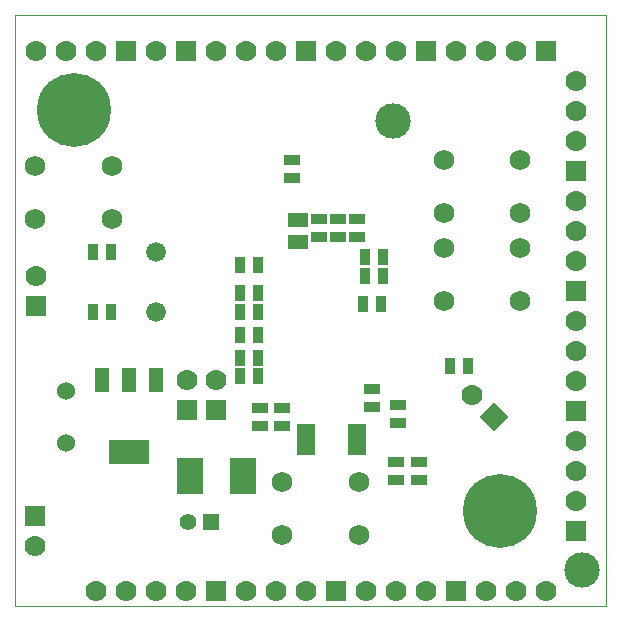
<source format=gts>
G04 (created by PCBNEW-RS274X (2012-01-19 BZR 3256)-stable) date 07/08/2012 11:34:10*
G01*
G70*
G90*
%MOIN*%
G04 Gerber Fmt 3.4, Leading zero omitted, Abs format*
%FSLAX34Y34*%
G04 APERTURE LIST*
%ADD10C,0.006000*%
%ADD11C,0.003900*%
%ADD12R,0.055000X0.055000*%
%ADD13C,0.055000*%
%ADD14C,0.060000*%
%ADD15R,0.070000X0.070000*%
%ADD16C,0.070000*%
%ADD17C,0.066000*%
%ADD18R,0.138000X0.084800*%
%ADD19R,0.047400X0.084800*%
%ADD20R,0.055000X0.035000*%
%ADD21R,0.035000X0.055000*%
%ADD22R,0.088700X0.120300*%
%ADD23C,0.069100*%
%ADD24C,0.118200*%
%ADD25C,0.246200*%
%ADD26R,0.065000X0.045000*%
%ADD27R,0.060000X0.025000*%
G04 APERTURE END LIST*
G54D10*
G54D11*
X00000Y-19685D02*
X00000Y00000D01*
X19685Y-19685D02*
X00000Y-19685D01*
X19685Y00000D02*
X19685Y-19685D01*
X00000Y00000D02*
X19685Y00000D01*
G54D12*
X06536Y-16890D03*
G54D13*
X05748Y-16890D03*
G54D14*
X01674Y-14272D03*
X01674Y-12540D03*
G54D15*
X18689Y-17189D03*
G54D16*
X18689Y-16189D03*
X18689Y-15189D03*
X18689Y-14189D03*
G54D15*
X13689Y-01189D03*
G54D16*
X12689Y-01189D03*
X11689Y-01189D03*
X10689Y-01189D03*
G54D15*
X17689Y-01189D03*
G54D16*
X16689Y-01189D03*
X15689Y-01189D03*
X14689Y-01189D03*
G54D15*
X18689Y-13189D03*
G54D16*
X18689Y-12189D03*
X18689Y-11189D03*
X18689Y-10189D03*
G54D15*
X18689Y-05189D03*
G54D16*
X18689Y-04189D03*
X18689Y-03189D03*
X18689Y-02189D03*
G54D15*
X18689Y-09189D03*
G54D16*
X18689Y-08189D03*
X18689Y-07189D03*
X18689Y-06189D03*
G54D15*
X06689Y-19189D03*
G54D16*
X07689Y-19189D03*
X08689Y-19189D03*
X09689Y-19189D03*
G54D15*
X10689Y-19189D03*
G54D16*
X11689Y-19189D03*
X12689Y-19189D03*
X13689Y-19189D03*
G54D15*
X14689Y-19189D03*
G54D16*
X15689Y-19189D03*
X16689Y-19189D03*
X17689Y-19189D03*
G54D15*
X09689Y-01189D03*
G54D16*
X08689Y-01189D03*
X07689Y-01189D03*
X06689Y-01189D03*
G54D15*
X03689Y-01189D03*
G54D16*
X02689Y-01189D03*
X01689Y-01189D03*
X00689Y-01189D03*
X02689Y-19189D03*
X03689Y-19189D03*
X04689Y-19189D03*
X05689Y-19189D03*
G54D17*
X04689Y-09889D03*
X04689Y-07889D03*
G54D18*
X03780Y-14567D03*
G54D19*
X04686Y-12165D03*
X03780Y-12165D03*
X02874Y-12165D03*
G54D20*
X11378Y-07387D03*
X11378Y-06787D03*
G54D21*
X11669Y-08071D03*
X12269Y-08071D03*
G54D20*
X10118Y-06787D03*
X10118Y-07387D03*
G54D21*
X11590Y-09646D03*
X12190Y-09646D03*
G54D20*
X09213Y-05418D03*
X09213Y-04818D03*
G54D15*
X00639Y-16689D03*
G54D16*
X00639Y-17689D03*
G54D15*
X00689Y-09689D03*
G54D16*
X00689Y-08689D03*
G54D15*
X05689Y-01189D03*
G54D16*
X04689Y-01189D03*
G54D21*
X08095Y-08346D03*
X07495Y-08346D03*
X08095Y-11417D03*
X07495Y-11417D03*
X08095Y-09252D03*
X07495Y-09252D03*
X08095Y-10669D03*
X07495Y-10669D03*
G54D10*
G36*
X16440Y-13386D02*
X15945Y-13881D01*
X15450Y-13386D01*
X15945Y-12891D01*
X16440Y-13386D01*
X16440Y-13386D01*
G37*
G54D16*
X15237Y-12678D03*
G54D20*
X13439Y-15489D03*
X13439Y-14889D03*
X12689Y-15489D03*
X12689Y-14889D03*
G54D21*
X14489Y-11689D03*
X15089Y-11689D03*
G54D20*
X12756Y-13007D03*
X12756Y-13607D03*
G54D21*
X03189Y-07889D03*
X02589Y-07889D03*
X03189Y-09889D03*
X02589Y-09889D03*
G54D22*
X07579Y-15354D03*
X05807Y-15354D03*
G54D23*
X00649Y-06792D03*
X00649Y-05020D03*
X03209Y-05020D03*
X03209Y-06792D03*
X11438Y-15571D03*
X11438Y-17343D03*
X08878Y-17343D03*
X08878Y-15571D03*
G54D15*
X06693Y-13177D03*
G54D16*
X06693Y-12177D03*
G54D15*
X05709Y-13177D03*
G54D16*
X05709Y-12177D03*
G54D24*
X18898Y-18504D03*
X12598Y-03543D03*
G54D25*
X16142Y-16535D03*
X01969Y-03150D03*
G54D21*
X11669Y-08701D03*
X12269Y-08701D03*
G54D20*
X10748Y-06787D03*
X10748Y-07387D03*
G54D21*
X08095Y-12047D03*
X07495Y-12047D03*
X08095Y-09882D03*
X07495Y-09882D03*
G54D26*
X09409Y-06830D03*
X09409Y-07580D03*
G54D20*
X08150Y-13686D03*
X08150Y-13086D03*
X08898Y-13686D03*
X08898Y-13086D03*
G54D27*
X09701Y-13750D03*
X09701Y-14006D03*
X09701Y-14262D03*
X09701Y-14518D03*
X11401Y-14518D03*
X11401Y-14262D03*
X11401Y-14006D03*
X11401Y-13750D03*
G54D20*
X11890Y-12456D03*
X11890Y-13056D03*
G54D23*
X14271Y-06595D03*
X14271Y-04823D03*
X16831Y-04823D03*
X16831Y-06595D03*
X14271Y-09547D03*
X14271Y-07775D03*
X16831Y-07775D03*
X16831Y-09547D03*
M02*

</source>
